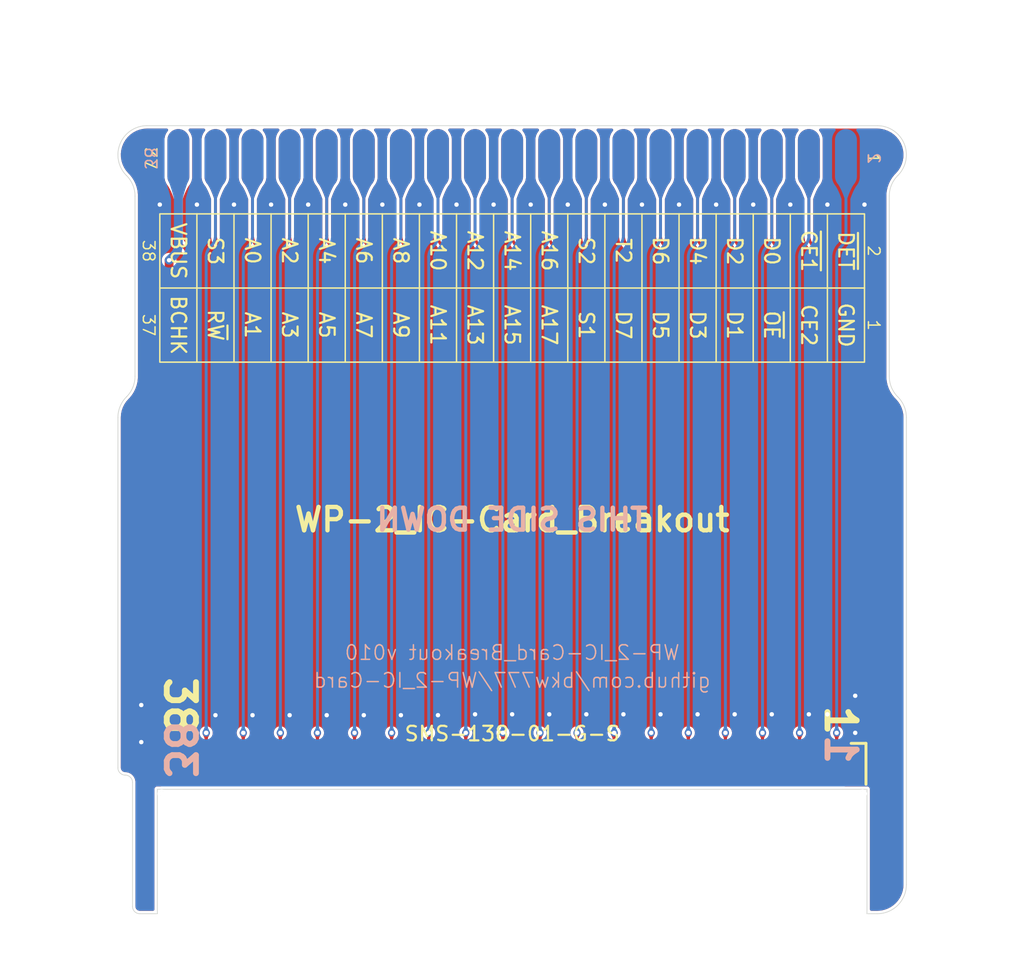
<source format=kicad_pcb>
(kicad_pcb (version 20240108) (generator "pcbnew") (generator_version "8.0")
  (title_block (title "WP-2_IC-Card_Breakout") (date "2025-04-27") (rev "010") (company "Brian K. White - b.kenyon.w@gmail.com") (comment 1 "github.com/bkw777/WP-2_IC-Card") (comment 2 "PCB THICKNESS 1.2mm"))
  (layers (0 "F.Cu" signal) (31 "B.Cu" signal) (34 "B.Paste" user) (35 "F.Paste" user) (36 "B.SilkS" user "B.Silkscreen") (37 "F.SilkS" user "F.Silkscreen") (38 "B.Mask" user) (39 "F.Mask" user) (44 "Edge.Cuts" user))
  (net 0 "")
  (net 1 "GND")
  (net 2 "/~{CE1}")
  (net 3 "/~{OE}")
  (net 4 "/D0")
  (net 5 "/D1")
  (net 6 "/D2")
  (net 7 "/D3")
  (net 8 "/D4")
  (net 9 "/D5")
  (net 10 "/D6")
  (net 11 "/D7")
  (net 12 "/A16")
  (net 13 "/A15")
  (net 14 "/A14")
  (net 15 "/A13")
  (net 16 "/A12")
  (net 17 "/A11")
  (net 18 "/A10")
  (net 19 "/A9")
  (net 20 "/A8")
  (net 21 "/A7")
  (net 22 "/A6")
  (net 23 "/A5")
  (net 24 "/A4")
  (net 25 "/A3")
  (net 26 "/A2")
  (net 27 "/A1")
  (net 28 "/A0")
  (net 29 "/A17")
  (net 30 "/R~{W}")
  (net 31 "/~{DET}")
  (net 32 "/S1")
  (net 33 "/S2")
  (net 34 "/S3")
  (net 35 "/BCHK")
  (net 36 "/CE2")
  (net 37 "VBUS")
  (net 38 "/T2")
  (footprint "000_LOCAL:npth_0.6mm" (layer "F.Cu") (at 163.7 119.82)
    (property "Reference" "REF**" (hide yes))
    (property "Value" "npth_0.6mm" (hide yes))
    (pad "" np_thru_hole circle (at 0 0) (size 0.6 0.6) (drill 0.6) (layers "F&B.Cu"))
  )
  (footprint "000_LOCAL:SMS-138-01-x-x_pcb_edge" (layer "F.Cu") (at 139.7 119.52 -90)
    (property "Reference" "J1" (hide yes))
    (property "Value" "SMS-138-01-G-S" (at -3.81 0 0) (layer "F.SilkS"))
    (fp_line (start -3.1496 -23.2156) (end -3.1496 -24.2316) (stroke (width 0.2)) (layer "F.SilkS"))
    (fp_line (start -0.35 -24.2316) (end -3.1496 -24.2316) (stroke (width 0.2)) (layer "F.SilkS"))
    (pad "1" smd roundrect (at -1.524 -23.495 270) (size 2.54 0.762) (layers "F.Cu" "F.Paste" "F.Mask") (net 1 "GND"))
    (pad "2" smd oval (at -1.524 -22.225 270) (size 2.54 0.762) (layers "F.Cu" "F.Paste" "F.Mask") (net 31 "/~{DET}"))
    (pad "3" smd oval (at -1.524 -20.955 270) (size 2.54 0.762) (layers "F.Cu" "F.Paste" "F.Mask") (net 36 "/CE2"))
    (pad "4" smd oval (at -1.524 -19.685 270) (size 2.54 0.762) (layers "F.Cu" "F.Paste" "F.Mask") (net 2 "/~{CE1}"))
    (pad "5" smd oval (at -1.524 -18.415 270) (size 2.54 0.762) (layers "F.Cu" "F.Paste" "F.Mask") (net 3 "/~{OE}"))
    (pad "6" smd oval (at -1.524 -17.145 270) (size 2.54 0.762) (layers "F.Cu" "F.Paste" "F.Mask") (net 4 "/D0"))
    (pad "7" smd oval (at -1.524 -15.875 270) (size 2.54 0.762) (layers "F.Cu" "F.Paste" "F.Mask") (net 5 "/D1"))
    (pad "8" smd oval (at -1.524 -14.605 270) (size 2.54 0.762) (layers "F.Cu" "F.Paste" "F.Mask") (net 6 "/D2"))
    (pad "9" smd oval (at -1.524 -13.335 270) (size 2.54 0.762) (layers "F.Cu" "F.Paste" "F.Mask") (net 7 "/D3"))
    (pad "10" smd oval (at -1.524 -12.065 270) (size 2.54 0.762) (layers "F.Cu" "F.Paste" "F.Mask") (net 8 "/D4"))
    (pad "11" smd oval (at -1.524 -10.795 270) (size 2.54 0.762) (layers "F.Cu" "F.Paste" "F.Mask") (net 9 "/D5"))
    (pad "12" smd oval (at -1.524 -9.525 270) (size 2.54 0.762) (layers "F.Cu" "F.Paste" "F.Mask") (net 10 "/D6"))
    (pad "13" smd oval (at -1.524 -8.255 270) (size 2.54 0.762) (layers "F.Cu" "F.Paste" "F.Mask") (net 11 "/D7"))
    (pad "14" smd oval (at -1.524 -6.985 270) (size 2.54 0.762) (layers "F.Cu" "F.Paste" "F.Mask") (net 38 "/T2"))
    (pad "15" smd oval (at -1.524 -5.715 270) (size 2.54 0.762) (layers "F.Cu" "F.Paste" "F.Mask") (net 32 "/S1"))
    (pad "16" smd oval (at -1.524 -4.445 270) (size 2.54 0.762) (layers "F.Cu" "F.Paste" "F.Mask") (net 33 "/S2"))
    (pad "17" smd oval (at -1.524 -3.175 270) (size 2.54 0.762) (layers "F.Cu" "F.Paste" "F.Mask") (net 29 "/A17"))
    (pad "18" smd oval (at -1.524 -1.905 270) (size 2.54 0.762) (layers "F.Cu" "F.Paste" "F.Mask") (net 12 "/A16"))
    (pad "19" smd oval (at -1.524 -0.635 270) (size 2.54 0.762) (layers "F.Cu" "F.Paste" "F.Mask") (net 13 "/A15"))
    (pad "20" smd oval (at -1.524 0.635 270) (size 2.54 0.762) (layers "F.Cu" "F.Paste" "F.Mask") (net 14 "/A14"))
    (pad "21" smd oval (at -1.524 1.905 270) (size 2.54 0.762) (layers "F.Cu" "F.Paste" "F.Mask") (net 15 "/A13"))
    (pad "22" smd oval (at -1.524 3.175 270) (size 2.54 0.762) (layers "F.Cu" "F.Paste" "F.Mask") (net 16 "/A12"))
    (pad "23" smd oval (at -1.524 4.445 270) (size 2.54 0.762) (layers "F.Cu" "F.Paste" "F.Mask") (net 17 "/A11"))
    (pad "24" smd oval (at -1.524 5.715 270) (size 2.54 0.762) (layers "F.Cu" "F.Paste" "F.Mask") (net 18 "/A10"))
    (pad "25" smd oval (at -1.524 6.985 270) (size 2.54 0.762) (layers "F.Cu" "F.Paste" "F.Mask") (net 19 "/A9"))
    (pad "26" smd oval (at -1.524 8.255 270) (size 2.54 0.762) (layers "F.Cu" "F.Paste" "F.Mask") (net 20 "/A8"))
    (pad "27" smd oval (at -1.524 9.525 270) (size 2.54 0.762) (layers "F.Cu" "F.Paste" "F.Mask") (net 21 "/A7"))
    (pad "28" smd oval (at -1.524 10.795 270) (size 2.54 0.762) (layers "F.Cu" "F.Paste" "F.Mask") (net 22 "/A6"))
    (pad "29" smd oval (at -1.524 12.065 270) (size 2.54 0.762) (layers "F.Cu" "F.Paste" "F.Mask") (net 23 "/A5"))
    (pad "30" smd oval (at -1.524 13.335 270) (size 2.54 0.762) (layers "F.Cu" "F.Paste" "F.Mask") (net 24 "/A4"))
    (pad "31" smd oval (at -1.524 14.605 270) (size 2.54 0.762) (layers "F.Cu" "F.Paste" "F.Mask") (net 25 "/A3"))
    (pad "32" smd oval (at -1.524 15.875 270) (size 2.54 0.762) (layers "F.Cu" "F.Paste" "F.Mask") (net 26 "/A2"))
    (pad "33" smd oval (at -1.524 17.145 270) (size 2.54 0.762) (layers "F.Cu" "F.Paste" "F.Mask") (net 27 "/A1"))
    (pad "34" smd oval (at -1.524 18.415 270) (size 2.54 0.762) (layers "F.Cu" "F.Paste" "F.Mask") (net 28 "/A0"))
    (pad "35" smd oval (at -1.524 19.685 270) (size 2.54 0.762) (layers "F.Cu" "F.Paste" "F.Mask") (net 30 "/R~{W}"))
    (pad "36" smd oval (at -1.524 20.955 270) (size 2.54 0.762) (layers "F.Cu" "F.Paste" "F.Mask") (net 34 "/S3"))
    (pad "37" smd oval (at -1.524 22.225 270) (size 2.54 0.762) (layers "F.Cu" "F.Paste" "F.Mask") (net 35 "/BCHK"))
    (pad "38" smd oval (at -1.524 23.495 270) (size 2.54 0.762) (layers "F.Cu" "F.Paste" "F.Mask") (net 37 "VBUS"))
  )
  (footprint "000_LOCAL:npth_0.6mm" (layer "F.Cu") (at 115.7 119.82)
    (property "Reference" "REF**" (hide yes))
    (property "Value" "npth_0.6mm" (hide yes))
    (pad "" np_thru_hole circle (at 0 0) (size 0.6 0.6) (drill 0.6) (layers "F&B.Cu"))
  )
  (footprint "000_LOCAL:Pin-Header_2x19_P2.54mm_PCB_Edge" (layer "F.Cu") (at 139.7 73.92 90)
    (property "Reference" "J2" (hide yes))
    (property "Value" "Conn_02x19_Odd_Even_PCB_Edge")
    (pad "1" smd oval (at -2.36 -22.86 90) (size 4 1.5) (layers "F.Cu" "F.Paste" "F.Mask") (net 35 "/BCHK"))
    (pad "2" smd oval (at -2.36 -22.86 270) (size 4 1.5) (layers "B.Cu" "B.Paste" "B.Mask") (net 37 "VBUS"))
    (pad "3" smd oval (at -2.36 -20.32 90) (size 4 1.5) (layers "F.Cu" "F.Paste" "F.Mask") (net 30 "/R~{W}"))
    (pad "4" smd oval (at -2.36 -20.32 270) (size 4 1.5) (layers "B.Cu" "B.Paste" "B.Mask") (net 34 "/S3"))
    (pad "5" smd oval (at -2.36 -17.78 90) (size 4 1.5) (layers "F.Cu" "F.Paste" "F.Mask") (net 27 "/A1"))
    (pad "6" smd oval (at -2.36 -17.78 270) (size 4 1.5) (layers "B.Cu" "B.Paste" "B.Mask") (net 28 "/A0"))
    (pad "7" smd oval (at -2.36 -15.24 90) (size 4 1.5) (layers "F.Cu" "F.Paste" "F.Mask") (net 25 "/A3"))
    (pad "8" smd oval (at -2.36 -15.239999 270) (size 4 1.5) (layers "B.Cu" "B.Paste" "B.Mask") (net 26 "/A2"))
    (pad "9" smd oval (at -2.36 -12.7 90) (size 4 1.5) (layers "F.Cu" "F.Paste" "F.Mask") (net 23 "/A5"))
    (pad "10" smd oval (at -2.36 -12.7 270) (size 4 1.5) (layers "B.Cu" "B.Paste" "B.Mask") (net 24 "/A4"))
    (pad "11" smd oval (at -2.36 -10.16 90) (size 4 1.5) (layers "F.Cu" "F.Paste" "F.Mask") (net 21 "/A7"))
    (pad "12" smd oval (at -2.36 -10.16 270) (size 4 1.5) (layers "B.Cu" "B.Paste" "B.Mask") (net 22 "/A6"))
    (pad "13" smd oval (at -2.36 -7.62 90) (size 4 1.5) (layers "F.Cu" "F.Paste" "F.Mask") (net 19 "/A9"))
    (pad "14" smd oval (at -2.36 -7.62 270) (size 4 1.5) (layers "B.Cu" "B.Paste" "B.Mask") (net 20 "/A8"))
    (pad "15" smd oval (at -2.36 -5.08 90) (size 4 1.5) (layers "F.Cu" "F.Paste" "F.Mask") (net 17 "/A11"))
    (pad "16" smd oval (at -2.359999 -5.08 270) (size 4 1.5) (layers "B.Cu" "B.Paste" "B.Mask") (net 18 "/A10"))
    (pad "17" smd oval (at -2.36 -2.54 90) (size 4 1.5) (layers "F.Cu" "F.Paste" "F.Mask") (net 15 "/A13"))
    (pad "18" smd oval (at -2.36 -2.539999 270) (size 4 1.5) (layers "B.Cu" "B.Paste" "B.Mask") (net 16 "/A12"))
    (pad "19" smd oval (at -2.36 0 90) (size 4 1.5) (layers "F.Cu" "F.Paste" "F.Mask") (net 13 "/A15"))
    (pad "20" smd oval (at -2.36 0 270) (size 4 1.5) (layers "B.Cu" "B.Paste" "B.Mask") (net 14 "/A14"))
    (pad "21" smd oval (at -2.36 2.54 90) (size 4 1.5) (layers "F.Cu" "F.Paste" "F.Mask") (net 29 "/A17"))
    (pad "22" smd oval (at -2.36 2.54 270) (size 4 1.5) (layers "B.Cu" "B.Paste" "B.Mask") (net 12 "/A16"))
    (pad "23" smd oval (at -2.36 5.08 90) (size 4 1.5) (layers "F.Cu" "F.Paste" "F.Mask") (net 32 "/S1"))
    (pad "24" smd oval (at -2.36 5.08 270) (size 4 1.5) (layers "B.Cu" "B.Paste" "B.Mask") (net 33 "/S2"))
    (pad "25" smd oval (at -2.36 7.62 90) (size 4 1.5) (layers "F.Cu" "F.Paste" "F.Mask") (net 11 "/D7"))
    (pad "26" smd oval (at -2.36 7.620001 270) (size 4 1.5) (layers "B.Cu" "B.Paste" "B.Mask") (net 38 "/T2"))
    (pad "27" smd oval (at -2.36 10.16 90) (size 4 1.5) (layers "F.Cu" "F.Paste" "F.Mask") (net 9 "/D5"))
    (pad "28" smd oval (at -2.36 10.16 270) (size 4 1.5) (layers "B.Cu" "B.Paste" "B.Mask") (net 10 "/D6"))
    (pad "29" smd oval (at -2.36 12.7 90) (size 4 1.5) (layers "F.Cu" "F.Paste" "F.Mask") (net 7 "/D3"))
    (pad "30" smd oval (at -2.36 12.7 270) (size 4 1.5) (layers "B.Cu" "B.Paste" "B.Mask") (net 8 "/D4"))
    (pad "31" smd oval (at -2.36 15.24 90) (size 4 1.5) (layers "F.Cu" "F.Paste" "F.Mask") (net 5 "/D1"))
    (pad "32" smd oval (at -2.36 15.24 270) (size 4 1.5) (layers "B.Cu" "B.Paste" "B.Mask") (net 6 "/D2"))
    (pad "33" smd oval (at -2.36 17.78 90) (size 4 1.5) (layers "F.Cu" "F.Paste" "F.Mask") (net 3 "/~{OE}"))
    (pad "34" smd oval (at -2.359999 17.78 270) (size 4 1.5) (layers "B.Cu" "B.Paste" "B.Mask") (net 4 "/D0"))
    (pad "35" smd oval (at -2.36 20.32 90) (size 4 1.5) (layers "F.Cu" "F.Paste" "F.Mask") (net 36 "/CE2"))
    (pad "36" smd oval (at -2.36 20.32 270) (size 4 1.5) (layers "B.Cu" "B.Paste" "B.Mask") (net 2 "/~{CE1}"))
    (pad "37" smd oval (at -2.36 22.86 90) (size 4 1.5) (layers "F.Cu" "F.Paste" "F.Mask") (net 1 "GND"))
    (pad "38" smd oval (at -2.36 22.86 270) (size 4 1.5) (layers "B.Cu" "B.Paste" "B.Mask") (net 31 "/~{DET}"))
  )
  (footprint "000_LOCAL:WP-2_IC_Card_Cover_Breakout" (layer "F.Cu") (at 139.7 101.045)
    (property "Reference" "N1" (hide yes))
    (property "Value" "WP-2_IC-Card_Cover_Breakout")
  )
  (gr_rect (start 115.57 80.09) (end 163.83 90.25) (stroke (width 0.1)) (fill none) (layer "F.SilkS"))
  (gr_line (start 161.29 90.25) (end 161.29 80.09) (stroke (width 0.1)) (layer "F.SilkS"))
  (gr_line (start 130.81 90.25) (end 130.81 80.09) (stroke (width 0.1)) (layer "F.SilkS"))
  (gr_line (start 120.65 90.25) (end 120.65 80.09) (stroke (width 0.1)) (layer "F.SilkS"))
  (gr_line (start 125.73 90.25) (end 125.73 80.09) (stroke (width 0.1)) (layer "F.SilkS"))
  (gr_line (start 148.59 90.25) (end 148.59 80.09) (stroke (width 0.1)) (layer "F.SilkS"))
  (gr_line (start 138.43 90.25) (end 138.43 80.09) (stroke (width 0.1)) (layer "F.SilkS"))
  (gr_line (start 123.19 90.25) (end 123.19 80.09) (stroke (width 0.1)) (layer "F.SilkS"))
  (gr_line (start 156.21 90.25) (end 156.21 80.09) (stroke (width 0.1)) (layer "F.SilkS"))
  (gr_line (start 143.51 90.25) (end 143.51 80.09) (stroke (width 0.1)) (layer "F.SilkS"))
  (gr_line (start 153.67 90.25) (end 153.67 80.09) (stroke (width 0.1)) (layer "F.SilkS"))
  (gr_line (start 135.89 90.25) (end 135.89 80.09) (stroke (width 0.1)) (layer "F.SilkS"))
  (gr_line (start 140.97 90.25) (end 140.97 80.09) (stroke (width 0.1)) (layer "F.SilkS"))
  (gr_line (start 151.13 90.25) (end 151.13 80.09) (stroke (width 0.1)) (layer "F.SilkS"))
  (gr_line (start 128.27 90.25) (end 128.27 80.09) (stroke (width 0.1)) (layer "F.SilkS"))
  (gr_line (start 118.11 90.25) (end 118.11 80.09) (stroke (width 0.1)) (layer "F.SilkS"))
  (gr_line (start 146.05 90.25) (end 146.05 80.09) (stroke (width 0.1)) (layer "F.SilkS"))
  (gr_line (start 158.75 90.25) (end 158.75 80.09) (stroke (width 0.1)) (layer "F.SilkS"))
  (gr_line (start 115.57 85.17) (end 163.83 85.17) (stroke (width 0.1)) (layer "F.SilkS"))
  (gr_line (start 133.35 90.25) (end 133.35 80.09) (stroke (width 0.1)) (layer "F.SilkS"))
  (gr_arc (start 114.2 128.045) (mid 113.846447 127.898553) (end 113.7 127.545) (stroke (width 0.05)) (layer "Edge.Cuts"))
  (gr_line (start 115.4 119.52) (end 164 119.52) (stroke (width 0.05)) (layer "Edge.Cuts"))
  (gr_line (start 113.871572 78.873429) (end 113.871572 91.216571) (stroke (width 0.05)) (layer "Edge.Cuts"))
  (gr_arc (start 113.871574 91.216571) (mid 113.719333 91.981938) (end 113.285788 92.630786) (stroke (width 0.05)) (layer "Edge.Cuts"))
  (gr_line (start 114.7 74.045) (end 164.7 74.045) (stroke (width 0.05)) (layer "Edge.Cuts"))
  (gr_line (start 166.7 94.045) (end 166.7 126.045) (stroke (width 0.05)) (layer "Edge.Cuts"))
  (gr_line (start 115.4 119.52) (end 115.4 128.045) (stroke (width 0.05)) (layer "Edge.Cuts"))
  (gr_line (start 165.528428 78.873429) (end 165.528428 91.216571) (stroke (width 0.05)) (layer "Edge.Cuts"))
  (gr_arc (start 113.2 118.545) (mid 113.553553 118.691447) (end 113.7 119.045) (stroke (width 0.05)) (layer "Edge.Cuts"))
  (gr_arc (start 166.7 126.045) (mid 166.114214 127.459214) (end 164.7 128.045) (stroke (width 0.05)) (layer "Edge.Cuts"))
  (gr_line (start 164 119.52) (end 164 128.045) (stroke (width 0.05)) (layer "Edge.Cuts"))
  (gr_arc (start 165.528428 78.873429) (mid 165.680661 78.108057) (end 166.114214 77.459214) (stroke (width 0.05)) (layer "Edge.Cuts"))
  (gr_line (start 112.7 118.045) (end 112.7 94.045) (stroke (width 0.05)) (layer "Edge.Cuts"))
  (gr_line (start 113.7 119.045) (end 113.7 127.545) (stroke (width 0.05)) (layer "Edge.Cuts"))
  (gr_arc (start 113.2 118.545) (mid 112.846447 118.398553) (end 112.7 118.045) (stroke (width 0.05)) (layer "Edge.Cuts"))
  (gr_arc (start 113.285786 77.459214) (mid 113.719332 78.108061) (end 113.871572 78.873429) (stroke (width 0.05)) (layer "Edge.Cuts"))
  (gr_arc (start 164.7 74.045) (mid 166.547759 75.279633) (end 166.114214 77.459214) (stroke (width 0.05)) (layer "Edge.Cuts"))
  (gr_arc (start 112.7 94.045) (mid 112.852241 93.279632) (end 113.285788 92.630786) (stroke (width 0.05)) (layer "Edge.Cuts"))
  (gr_arc (start 113.285786 77.459214) (mid 112.85224 75.279633) (end 114.7 74.045) (stroke (width 0.05)) (layer "Edge.Cuts"))
  (gr_arc (start 166.114214 92.630786) (mid 165.680671 91.981939) (end 165.528428 91.216571) (stroke (width 0.05)) (layer "Edge.Cuts"))
  (gr_arc (start 166.114214 92.630786) (mid 166.54776 93.279633) (end 166.700002 94.045) (stroke (width 0.05)) (layer "Edge.Cuts"))
  (gr_line (start 115.4 128.045) (end 114.2 128.045) (stroke (width 0.05)) (layer "Edge.Cuts"))
  (gr_line (start 164 128.045) (end 164.7 128.045) (stroke (width 0.05)) (layer "Edge.Cuts"))
  (gr_text "${COMMENT1}" (at 139.7 112.06 0) (layer "B.SilkS") (effects (font (size 1 1) (thickness 0.1)) (justify mirror)))
  (gr_text "1" (at 162.2 116.795 -90) (layer "B.SilkS") (effects (font (size 2 2) (thickness 0.4)) (justify mirror)))
  (gr_text "2" (at 164.465 76.28 270) (layer "B.SilkS") (effects (font (size 0.8 0.8) (thickness 0.1)) (justify mirror)))
  (gr_text "${TITLE} v${REVISION}" (at 139.7 110.155 0) (layer "B.SilkS") (effects (font (size 1 1) (thickness 0.1)) (justify mirror)))
  (gr_text "38" (at 116.95 116.795 -90) (layer "B.SilkS") (effects (font (size 2 2) (thickness 0.4)) (justify mirror)))
  (gr_text "THIS SIDE DOWN" (at 139.7 101.045 0) (layer "B.SilkS") (effects (font (size 1.5 1.5) (thickness 0.3)) (justify mirror)))
  (gr_text "38" (at 114.935 76.28 270) (layer "B.SilkS") (effects (font (size 0.8 0.8) (thickness 0.1)) (justify mirror)))
  (gr_text "1" (at 162.2 114.795 -90) (layer "F.SilkS") (effects (font (size 2 2) (thickness 0.4))))
  (gr_text "38" (at 116.95 113.795 -90) (layer "F.SilkS") (effects (font (size 2 2) (thickness 0.4))))
  (gr_text "R~{W}" (at 119.38 87.71 270) (layer "F.SilkS") (effects (font (size 1 1))))
  (gr_text "A1" (at 121.92 87.71 270) (layer "F.SilkS") (effects (font (size 1 1))))
  (gr_text "A3" (at 124.46 87.71 270) (layer "F.SilkS") (effects (font (size 1 1))))
  (gr_text "A5" (at 127 87.71 270) (layer "F.SilkS") (effects (font (size 1 1))))
  (gr_text "A7" (at 129.54 87.71 270) (layer "F.SilkS") (effects (font (size 1 1))))
  (gr_text "A9" (at 132.08 87.71 270) (layer "F.SilkS") (effects (font (size 1 1))))
  (gr_text "A11" (at 134.62 87.71 270) (layer "F.SilkS") (effects (font (size 1 1))))
  (gr_text "A13" (at 137.16 87.71 270) (layer "F.SilkS") (effects (font (size 1 1))))
  (gr_text "A15" (at 139.7 87.71 270) (layer "F.SilkS") (effects (font (size 1 1))))
  (gr_text "A17" (at 142.24 87.71 270) (layer "F.SilkS") (effects (font (size 1 1))))
  (gr_text "S1" (at 144.78 87.71 270) (layer "F.SilkS") (effects (font (size 1 1))))
  (gr_text "D7" (at 147.32 87.71 270) (layer "F.SilkS") (effects (font (size 1 1))))
  (gr_text "D5" (at 149.86 87.71 270) (layer "F.SilkS") (effects (font (size 1 1))))
  (gr_text "D3" (at 152.4 87.71 270) (layer "F.SilkS") (effects (font (size 1 1))))
  (gr_text "D1" (at 154.939999 87.71 270) (layer "F.SilkS") (effects (font (size 1 1))))
  (gr_text "~{OE}" (at 157.480001 87.71 270) (layer "F.SilkS") (effects (font (size 1 1))))
  (gr_text "GND" (at 162.56 87.71 270) (layer "F.SilkS") (effects (font (size 1 1))))
  (gr_text "BCHK" (at 116.84 87.71 270) (layer "F.SilkS") (effects (font (size 1 1))))
  (gr_text "CE2" (at 160.02 87.71 270) (layer "F.SilkS") (effects (font (size 1 1))))
  (gr_text "S3" (at 119.38 82.63 270) (layer "F.SilkS") (effects (font (size 1 1))))
  (gr_text "${TITLE}" (at 139.7 101.045 0) (layer "F.SilkS") (effects (font (size 1.6 1.6) (thickness 0.3))))
  (gr_text "D0" (at 157.48 82.63 270) (layer "F.SilkS") (effects (font (size 1 1))))
  (gr_text "A6" (at 129.540001 82.63 270) (layer "F.SilkS") (effects (font (size 1 1))))
  (gr_text "D2" (at 154.94 82.63 270) (layer "F.SilkS") (effects (font (size 1 1))))
  (gr_text "A4" (at 127 82.63 270) (layer "F.SilkS") (effects (font (size 1 1))))
  (gr_text "A2" (at 124.46 82.63 270) (layer "F.SilkS") (effects (font (size 1 1))))
  (gr_text "A10" (at 134.62 82.63 270) (layer "F.SilkS") (effects (font (size 1 1))))
  (gr_text "A8" (at 132.08 82.63 270) (layer "F.SilkS") (effects (font (size 1 1))))
  (gr_text "S2" (at 144.78 82.63 270) (layer "F.SilkS") (effects (font (size 1 1))))
  (gr_text "~{DET}" (at 162.56 82.63 270) (layer "F.SilkS") (effects (font (size 1 1))))
  (gr_text "T2" (at 147.32 82.63 270) (layer "F.SilkS") (effects (font (size 1 1))))
  (gr_text "37" (at 114.935 76.28 -90) (layer "F.SilkS") (effects (font (size 0.8 0.8) (thickness 0.1))))
  (gr_text "D4" (at 152.4 82.63 270) (layer "F.SilkS") (effects (font (size 1 1))))
  (gr_text "1" (at 164.465 87.71 -90) (layer "F.SilkS") (effects (font (size 0.8 0.8) (thickness 0.1))))
  (gr_text "1" (at 164.465 76.28 -90) (layer "F.SilkS") (effects (font (size 0.8 0.8) (thickness 0.1))))
  (gr_text "A16" (at 142.24 82.63 270) (layer "F.SilkS") (effects (font (size 1 1))))
  (gr_text "D6" (at 149.859999 82.63 270) (layer "F.SilkS") (effects (font (size 1 1))))
  (gr_text "~{CE1}" (at 160.02 82.63 270) (layer "F.SilkS") (effects (font (size 1 1))))
  (gr_text "38" (at 114.808 82.63 -90) (layer "F.SilkS") (effects (font (size 0.8 0.8) (thickness 0.1))))
  (gr_text "A0" (at 121.92 82.63 270) (layer "F.SilkS") (effects (font (size 1 1))))
  (gr_text "VBUS" (at 116.84 82.63 270) (layer "F.SilkS") (effects (font (size 1 1))))
  (gr_text "37" (at 114.808 87.71 -90) (layer "F.SilkS") (effects (font (size 0.8 0.8) (thickness 0.1))))
  (gr_text "A14" (at 139.7 82.63 270) (layer "F.SilkS") (effects (font (size 1 1))))
  (gr_text "A12" (at 137.159999 82.63 270) (layer "F.SilkS") (effects (font (size 1 1))))
  (gr_text "2" (at 164.465 82.63 -90) (layer "F.SilkS") (effects (font (size 0.8 0.8) (thickness 0.1))))
  (via (at 120.65 79.455) (size 0.5) (drill 0.3) (layers "F.Cu" "B.Cu") (net 1))
  (via (at 157.48 114.38) (size 0.5) (drill 0.3) (layers "F.Cu" "B.Cu") (net 1))
  (via (at 134.62 114.44) (size 0.5) (drill 0.3) (layers "F.Cu" "B.Cu") (net 1))
  (via (at 149.86 114.38) (size 0.5) (drill 0.3) (layers "F.Cu" "B.Cu") (net 1))
  (via (at 163.195 113.11) (size 0.5) (drill 0.3) (layers "F.Cu" "B.Cu") (net 1))
  (via (at 115.57 79.455) (size 0.5) (drill 0.3) (layers "F.Cu" "B.Cu") (net 1))
  (via (at 147.32 114.38) (size 0.5) (drill 0.3) (layers "F.Cu" "B.Cu") (net 1))
  (via (at 161.29 114.38) (size 0.5) (drill 0.3) (layers "F.Cu" "B.Cu") (net 1))
  (via (at 114.3 116.285) (size 0.5) (drill 0.3) (layers "F.Cu" "B.Cu") (net 1))
  (via (at 137.16 114.38) (size 0.5) (drill 0.3) (layers "F.Cu" "B.Cu") (net 1))
  (via (at 163.195 115.65) (size 0.5) (drill 0.3) (layers "F.Cu" "B.Cu") (net 1))
  (via (at 148.59 79.455) (size 0.5) (drill 0.3) (layers "F.Cu" "B.Cu") (net 1))
  (via (at 142.24 114.38) (size 0.5) (drill 0.3) (layers "F.Cu" "B.Cu") (net 1))
  (via (at 119.38 114.44) (size 0.5) (drill 0.3) (layers "F.Cu" "B.Cu") (net 1))
  (via (at 156.21 79.455) (size 0.5) (drill 0.3) (layers "F.Cu" "B.Cu") (net 1))
  (via (at 152.4 114.38) (size 0.5) (drill 0.3) (layers "F.Cu" "B.Cu") (net 1))
  (via (at 114.3 113.745) (size 0.5) (drill 0.3) (layers "F.Cu" "B.Cu") (net 1))
  (via (at 125.73 79.455) (size 0.5) (drill 0.3) (layers "F.Cu" "B.Cu") (net 1))
  (via (at 143.51 79.455) (size 0.5) (drill 0.3) (layers "F.Cu" "B.Cu") (net 1))
  (via (at 151.13 79.455) (size 0.5) (drill 0.3) (layers "F.Cu" "B.Cu") (net 1))
  (via (at 135.89 79.455) (size 0.5) (drill 0.3) (layers "F.Cu" "B.Cu") (net 1))
  (via (at 158.75 79.455) (size 0.5) (drill 0.3) (layers "F.Cu" "B.Cu") (net 1))
  (via (at 160.02 114.38) (size 0.5) (drill 0.3) (layers "F.Cu" "B.Cu") (net 1))
  (via (at 127 114.44) (size 0.5) (drill 0.3) (layers "F.Cu" "B.Cu") (net 1))
  (via (at 163.83 79.455) (size 0.5) (drill 0.3) (layers "F.Cu" "B.Cu") (net 1))
  (via (at 123.19 79.455) (size 0.5) (drill 0.3) (layers "F.Cu" "B.Cu") (net 1))
  (via (at 138.43 79.455) (size 0.5) (drill 0.3) (layers "F.Cu" "B.Cu") (net 1))
  (via (at 128.27 79.455) (size 0.5) (drill 0.3) (layers "F.Cu" "B.Cu") (net 1))
  (via (at 139.7 114.38) (size 0.5) (drill 0.3) (layers "F.Cu" "B.Cu") (net 1))
  (via (at 130.81 79.455) (size 0.5) (drill 0.3) (layers "F.Cu" "B.Cu") (net 1))
  (via (at 124.46 114.44) (size 0.5) (drill 0.3) (layers "F.Cu" "B.Cu") (net 1))
  (via (at 118.11 79.455) (size 0.5) (drill 0.3) (layers "F.Cu" "B.Cu") (net 1))
  (via (at 144.78 114.38) (size 0.5) (drill 0.3) (layers "F.Cu" "B.Cu") (net 1))
  (via (at 132.08 114.44) (size 0.5) (drill 0.3) (layers "F.Cu" "B.Cu") (net 1))
  (via (at 133.35 79.455) (size 0.5) (drill 0.3) (layers "F.Cu" "B.Cu") (net 1))
  (via (at 129.54 114.44) (size 0.5) (drill 0.3) (layers "F.Cu" "B.Cu") (net 1))
  (via (at 161.29 79.455) (size 0.5) (drill 0.3) (layers "F.Cu" "B.Cu") (net 1))
  (via (at 146.05 79.455) (size 0.5) (drill 0.3) (layers "F.Cu" "B.Cu") (net 1))
  (via (at 121.92 114.44) (size 0.5) (drill 0.3) (layers "F.Cu" "B.Cu") (net 1))
  (via (at 153.67 79.455) (size 0.5) (drill 0.3) (layers "F.Cu" "B.Cu") (net 1))
  (via (at 154.94 114.38) (size 0.5) (drill 0.3) (layers "F.Cu" "B.Cu") (net 1))
  (via (at 140.97 79.455) (size 0.5) (drill 0.3) (layers "F.Cu" "B.Cu") (net 1))
  (segment (start 159.385 117.996) (end 159.385 115.65) (width 0.2) (layer "F.Cu") (net 2))
  (via (at 159.385 115.65) (size 0.5) (drill 0.3) (layers "F.Cu" "B.Cu") (net 2))
  (segment (start 159.677893 82.337107) (end 159.727107 82.287893) (width 0.2) (layer "B.Cu") (net 2))
  (segment (start 160.02 81.580786) (end 160.02 76.28) (width 0.2) (layer "B.Cu") (net 2))
  (segment (start 159.385 115.65) (end 159.385 83.044214) (width 0.2) (layer "B.Cu") (net 2))
  (arc (start 159.385 83.044214) (mid 159.46112 82.661531) (end 159.677893 82.337107) (width 0.2) (layer "B.Cu") (net 2))
  (arc (start 160.02 81.580786) (mid 159.94388 81.963469) (end 159.727107 82.287893) (width 0.2) (layer "B.Cu") (net 2))
  (segment (start 158.115 117.996) (end 158.115 83.044214) (width 0.2) (layer "F.Cu") (net 3))
  (segment (start 157.48 81.580786) (end 157.48 76.28) (width 0.2) (layer "F.Cu") (net 3))
  (arc (start 157.772893 82.287893) (mid 157.55612 81.963469) (end 157.48 81.580786) (width 0.2) (layer "F.Cu") (net 3))
  (arc (start 158.115 83.044214) (mid 158.03888 82.661531) (end 157.822107 82.337107) (width 0.2) (layer "F.Cu") (net 3))
  (segment (start 156.845 115.65) (end 156.845 117.996) (width 0.2) (layer "F.Cu") (net 4))
  (via (at 156.845 115.65) (size 0.5) (drill 0.3) (layers "F.Cu" "B.Cu") (net 4))
  (segment (start 157.48 76.279999) (end 157.48 81.580786) (width 0.2) (layer "B.Cu") (net 4))
  (segment (start 157.187107 82.287893) (end 157.137893 82.337107) (width 0.2) (layer "B.Cu") (net 4))
  (segment (start 156.845 83.044214) (end 156.845 115.65) (width 0.2) (layer "B.Cu") (net 4))
  (arc (start 156.845 83.044214) (mid 156.92112 82.661531) (end 157.137893 82.337107) (width 0.2) (layer "B.Cu") (net 4))
  (arc (start 157.187107 82.287893) (mid 157.40388 81.96347) (end 157.48 81.580786) (width 0.2) (layer "B.Cu") (net 4))
  (segment (start 155.575 83.044214) (end 155.575 117.996) (width 0.2) (layer "F.Cu") (net 5))
  (segment (start 154.94 76.28) (end 154.94 81.580786) (width 0.2) (layer "F.Cu") (net 5))
  (segment (start 155.232893 82.287893) (end 155.282107 82.337107) (width 0.2) (layer "F.Cu") (net 5))
  (arc (start 155.282107 82.337107) (mid 155.49888 82.66153) (end 155.575 83.044214) (width 0.2) (layer "F.Cu") (net 5))
  (arc (start 154.94 81.580786) (mid 155.01612 81.963469) (end 155.232893 82.287893) (width 0.2) (layer "F.Cu") (net 5))
  (segment (start 154.305 117.996) (end 154.305 115.65) (width 0.2) (layer "F.Cu") (net 6))
  (via (at 154.305 115.65) (size 0.5) (drill 0.3) (layers "F.Cu" "B.Cu") (net 6))
  (segment (start 154.597893 82.337107) (end 154.647107 82.287893) (width 0.2) (layer "B.Cu") (net 6))
  (segment (start 154.305 115.65) (end 154.305 83.044214) (width 0.2) (layer "B.Cu") (net 6))
  (segment (start 154.94 81.580786) (end 154.94 76.28) (width 0.2) (layer "B.Cu") (net 6))
  (arc (start 154.647107 82.287893) (mid 154.86388 81.96347) (end 154.94 81.580786) (width 0.2) (layer "B.Cu") (net 6))
  (arc (start 154.305 83.044214) (mid 154.38112 82.661531) (end 154.597893 82.337107) (width 0.2) (layer "B.Cu") (net 6))
  (segment (start 152.692893 82.287893) (end 152.742107 82.337107) (width 0.2) (layer "F.Cu") (net 7))
  (segment (start 152.4 76.28) (end 152.4 81.580786) (width 0.2) (layer "F.Cu") (net 7))
  (segment (start 153.035 83.044214) (end 153.035 117.996) (width 0.2) (layer "F.Cu") (net 7))
  (arc (start 152.742107 82.337107) (mid 152.95888 82.66153) (end 153.035 83.044214) (width 0.2) (layer "F.Cu") (net 7))
  (arc (start 152.4 81.580786) (mid 152.47612 81.96347) (end 152.692893 82.287893) (width 0.2) (layer "F.Cu") (net 7))
  (segment (start 151.765 115.65) (end 151.765 117.996) (width 0.2) (layer "F.Cu") (net 8))
  (via (at 151.765 115.65) (size 0.5) (drill 0.3) (layers "F.Cu" "B.Cu") (net 8))
  (segment (start 152.4 76.28) (end 152.4 81.580786) (width 0.2) (layer "B.Cu") (net 8))
  (segment (start 152.107107 82.287893) (end 152.057893 82.337107) (width 0.2) (layer "B.Cu") (net 8))
  (segment (start 151.765 83.044214) (end 151.765 115.65) (width 0.2) (layer "B.Cu") (net 8))
  (arc (start 151.765 83.044214) (mid 151.84112 82.661531) (end 152.057893 82.337107) (width 0.2) (layer "B.Cu") (net 8))
  (arc (start 152.107107 82.287893) (mid 152.32388 81.96347) (end 152.4 81.580786) (width 0.2) (layer "B.Cu") (net 8))
  (segment (start 149.86 76.28) (end 149.86 81.580786) (width 0.2) (layer "F.Cu") (net 9))
  (segment (start 150.495 83.044214) (end 150.495 117.996) (width 0.2) (layer "F.Cu") (net 9))
  (segment (start 150.152893 82.287893) (end 150.202107 82.337107) (width 0.2) (layer "F.Cu") (net 9))
  (arc (start 150.202107 82.337107) (mid 150.41888 82.66153) (end 150.495 83.044214) (width 0.2) (layer "F.Cu") (net 9))
  (arc (start 149.86 81.580786) (mid 149.93612 81.963469) (end 150.152893 82.287893) (width 0.2) (layer "F.Cu") (net 9))
  (segment (start 149.225 115.65) (end 149.225 117.996) (width 0.2) (layer "F.Cu") (net 10))
  (via (at 149.225 115.65) (size 0.5) (drill 0.3) (layers "F.Cu" "B.Cu") (net 10))
  (segment (start 149.225 83.044214) (end 149.225 115.65) (width 0.2) (layer "B.Cu") (net 10))
  (segment (start 149.567107 82.287893) (end 149.517893 82.337107) (width 0.2) (layer "B.Cu") (net 10))
  (segment (start 149.86 76.28) (end 149.86 81.580786) (width 0.2) (layer "B.Cu") (net 10))
  (arc (start 149.86 81.580786) (mid 149.78388 81.963469) (end 149.567107 82.287893) (width 0.2) (layer "B.Cu") (net 10))
  (arc (start 149.225 83.044214) (mid 149.30112 82.661531) (end 149.517893 82.337107) (width 0.2) (layer "B.Cu") (net 10))
  (segment (start 147.32 81.580786) (end 147.32 76.28) (width 0.2) (layer "F.Cu") (net 11))
  (segment (start 147.955 117.996) (end 147.955 83.044214) (width 0.2) (layer "F.Cu") (net 11))
  (segment (start 147.662107 82.337107) (end 147.612893 82.287893) (width 0.2) (layer "F.Cu") (net 11))
  (arc (start 147.955 83.044214) (mid 147.87888 82.661531) (end 147.662107 82.337107) (width 0.2) (layer "F.Cu") (net 11))
  (arc (start 147.612893 82.287893) (mid 147.39612 81.963469) (end 147.32 81.580786) (width 0.2) (layer "F.Cu") (net 11))
  (segment (start 141.605 115.65) (end 141.605 117.996) (width 0.2) (layer "F.Cu") (net 12))
  (via (at 141.605 115.65) (size 0.5) (drill 0.3) (layers "F.Cu" "B.Cu") (net 12))
  (segment (start 141.947107 82.287893) (end 141.897893 82.337107) (width 0.2) (layer "B.Cu") (net 12))
  (segment (start 141.605 83.044214) (end 141.605 115.65) (width 0.2) (layer "B.Cu") (net 12))
  (segment (start 142.24 76.28) (end 142.24 81.580786) (width 0.2) (layer "B.Cu") (net 12))
  (arc (start 142.24 81.580786) (mid 142.16388 81.963469) (end 141.947107 82.287893) (width 0.2) (layer "B.Cu") (net 12))
  (arc (start 141.605 83.044214) (mid 141.68112 82.661531) (end 141.897893 82.337107) (width 0.2) (layer "B.Cu") (net 12))
  (segment (start 139.7 76.28) (end 139.7 81.580786) (width 0.2) (layer "F.Cu") (net 13))
  (segment (start 139.992893 82.287893) (end 140.042107 82.337107) (width 0.2) (layer "F.Cu") (net 13))
  (segment (start 140.335 83.044214) (end 140.335 117.996) (width 0.2) (layer "F.Cu") (net 13))
  (arc (start 140.042107 82.337107) (mid 140.25888 82.661531) (end 140.335 83.044214) (width 0.2) (layer "F.Cu") (net 13))
  (arc (start 139.7 81.580786) (mid 139.77612 81.963469) (end 139.992893 82.287893) (width 0.2) (layer "F.Cu") (net 13))
  (segment (start 139.065 115.65) (end 139.065 117.996) (width 0.2) (layer "F.Cu") (net 14))
  (via (at 139.065 115.65) (size 0.5) (drill 0.3) (layers "F.Cu" "B.Cu") (net 14))
  (segment (start 139.7 76.28) (end 139.7 81.580786) (width 0.2) (layer "B.Cu") (net 14))
  (segment (start 139.065 83.044214) (end 139.065 115.65) (width 0.2) (layer "B.Cu") (net 14))
  (segment (start 139.407107 82.287893) (end 139.357893 82.337107) (width 0.2) (layer "B.Cu") (net 14))
  (arc (start 139.357893 82.337107) (mid 139.14112 82.66153) (end 139.065 83.044214) (width 0.2) (layer "B.Cu") (net 14))
  (arc (start 139.7 81.580786) (mid 139.62388 81.963469) (end 139.407107 82.287893) (width 0.2) (layer "B.Cu") (net 14))
  (segment (start 137.795 83.044214) (end 137.795 117.996) (width 0.2) (layer "F.Cu") (net 15))
  (segment (start 137.452893 82.287893) (end 137.502107 82.337107) (width 0.2) (layer "F.Cu") (net 15))
  (segment (start 137.16 76.28) (end 137.16 81.580786) (width 0.2) (layer "F.Cu") (net 15))
  (arc (start 137.502107 82.337107) (mid 137.71888 82.661531) (end 137.795 83.044214) (width 0.2) (layer "F.Cu") (net 15))
  (arc (start 137.16 81.580786) (mid 137.23612 81.963469) (end 137.452893 82.287893) (width 0.2) (layer "F.Cu") (net 15))
  (segment (start 136.525 115.65) (end 136.525 117.996) (width 0.2) (layer "F.Cu") (net 16))
  (via (at 136.525 115.65) (size 0.5) (drill 0.3) (layers "F.Cu" "B.Cu") (net 16))
  (segment (start 136.525 83.044214) (end 136.525 115.65) (width 0.2) (layer "B.Cu") (net 16))
  (segment (start 137.16 76.28) (end 137.16 81.580786) (width 0.2) (layer "B.Cu") (net 16))
  (segment (start 136.867107 82.287893) (end 136.817893 82.337107) (width 0.2) (layer "B.Cu") (net 16))
  (arc (start 137.16 81.580786) (mid 137.08388 81.963469) (end 136.867107 82.287893) (width 0.2) (layer "B.Cu") (net 16))
  (arc (start 136.525 83.044214) (mid 136.60112 82.661531) (end 136.817893 82.337107) (width 0.2) (layer "B.Cu") (net 16))
  (segment (start 134.62 76.28) (end 134.62 81.580786) (width 0.2) (layer "F.Cu") (net 17))
  (segment (start 135.255 83.044214) (end 135.255 117.996) (width 0.2) (layer "F.Cu") (net 17))
  (segment (start 134.912893 82.287893) (end 134.962107 82.337107) (width 0.2) (layer "F.Cu") (net 17))
  (arc (start 134.962107 82.337107) (mid 135.17888 82.66153) (end 135.255 83.044214) (width 0.2) (layer "F.Cu") (net 17))
  (arc (start 134.62 81.580786) (mid 134.69612 81.963469) (end 134.912893 82.287893) (width 0.2) (layer "F.Cu") (net 17))
  (segment (start 133.985 115.65) (end 133.985 117.996) (width 0.2) (layer "F.Cu") (net 18))
  (via (at 133.985 115.65) (size 0.5) (drill 0.3) (layers "F.Cu" "B.Cu") (net 18))
  (segment (start 134.327107 82.287893) (end 134.277893 82.337107) (width 0.2) (layer "B.Cu") (net 18))
  (segment (start 134.62 76.279999) (end 134.62 81.580786) (width 0.2) (layer "B.Cu") (net 18))
  (segment (start 133.985 83.044214) (end 133.985 115.65) (width 0.2) (layer "B.Cu") (net 18))
  (arc (start 134.277893 82.337107) (mid 134.06112 82.66153) (end 133.985 83.044214) (width 0.2) (layer "B.Cu") (net 18))
  (arc (start 134.327107 82.287893) (mid 134.54388 81.96347) (end 134.62 81.580786) (width 0.2) (layer "B.Cu") (net 18))
  (segment (start 132.422107 82.337107) (end 132.372893 82.287893) (width 0.2) (layer "F.Cu") (net 19))
  (segment (start 132.715 117.996) (end 132.715 83.044214) (width 0.2) (layer "F.Cu") (net 19))
  (segment (start 132.08 81.580786) (end 132.08 76.28) (width 0.2) (layer "F.Cu") (net 19))
  (arc (start 132.715 83.044214) (mid 132.63888 82.66153) (end 132.422107 82.337107) (width 0.2) (layer "F.Cu") (net 19))
  (arc (start 132.372893 82.287893) (mid 132.15612 81.96347) (end 132.08 81.580786) (width 0.2) (layer "F.Cu") (net 19))
  (segment (start 131.445 117.996) (end 131.445 115.65) (width 0.2) (layer "F.Cu") (net 20))
  (via (at 131.445 115.65) (size 0.5) (drill 0.3) (layers "F.Cu" "B.Cu") (net 20))
  (segment (start 131.445 115.65) (end 131.445 83.044214) (width 0.2) (layer "B.Cu") (net 20))
  (segment (start 131.737893 82.337107) (end 131.787107 82.287893) (width 0.2) (layer "B.Cu") (net 20))
  (segment (start 132.08 81.580786) (end 132.08 76.28) (width 0.2) (layer "B.Cu") (net 20))
  (arc (start 132.08 81.580786) (mid 132.00388 81.963469) (end 131.787107 82.287893) (width 0.2) (layer "B.Cu") (net 20))
  (arc (start 131.445 83.044214) (mid 131.52112 82.661531) (end 131.737893 82.337107) (width 0.2) (layer "B.Cu") (net 20))
  (segment (start 130.175 83.044214) (end 130.175 117.996) (width 0.2) (layer "F.Cu") (net 21))
  (segment (start 129.832893 82.287893) (end 129.882107 82.337107) (width 0.2) (layer "F.Cu") (net 21))
  (segment (start 129.54 76.28) (end 129.54 81.580786) (width 0.2) (layer "F.Cu") (net 21))
  (arc (start 129.54 81.580786) (mid 129.61612 81.963469) (end 129.832893 82.287893) (width 0.2) (layer "F.Cu") (net 21))
  (arc (start 129.882107 82.337107) (mid 130.09888 82.661531) (end 130.175 83.044214) (width 0.2) (layer "F.Cu") (net 21))
  (segment (start 128.905 115.65) (end 128.905 117.996) (width 0.2) (layer "F.Cu") (net 22))
  (via (at 128.905 115.65) (size 0.5) (drill 0.3) (layers "F.Cu" "B.Cu") (net 22))
  (segment (start 129.54 76.28) (end 129.54 81.580786) (width 0.2) (layer "B.Cu") (net 22))
  (segment (start 128.905 83.044214) (end 128.905 115.65) (width 0.2) (layer "B.Cu") (net 22))
  (segment (start 129.247107 82.287893) (end 129.197893 82.337107) (width 0.2) (layer "B.Cu") (net 22))
  (arc (start 129.54 81.580786) (mid 129.46388 81.963469) (end 129.247107 82.287893) (width 0.2) (layer "B.Cu") (net 22))
  (arc (start 129.197893 82.337107) (mid 128.98112 82.66153) (end 128.905 83.044214) (width 0.2) (layer "B.Cu") (net 22))
  (segment (start 127 76.28) (end 127 81.580786) (width 0.2) (layer "F.Cu") (net 23))
  (segment (start 127.635 83.044214) (end 127.635 117.996) (width 0.2) (layer "F.Cu") (net 23))
  (segment (start 127.292893 82.287893) (end 127.342107 82.337107) (width 0.2) (layer "F.Cu") (net 23))
  (arc (start 127.342107 82.337107) (mid 127.55888 82.661531) (end 127.635 83.044214) (width 0.2) (layer "F.Cu") (net 23))
  (arc (start 127 81.580786) (mid 127.07612 81.963469) (end 127.292893 82.287893) (width 0.2) (layer "F.Cu") (net 23))
  (segment (start 126.365 115.65) (end 126.365 117.996) (width 0.2) (layer "F.Cu") (net 24))
  (via (at 126.365 115.65) (size 0.5) (drill 0.3) (layers "F.Cu" "B.Cu") (net 24))
  (segment (start 126.707107 82.287893) (end 126.657893 82.337107) (width 0.2) (layer "B.Cu") (net 24))
  (segment (start 126.365 83.044214) (end 126.365 115.65) (width 0.2) (layer "B.Cu") (net 24))
  (segment (start 127 76.28) (end 127 81.580786) (width 0.2) (layer "B.Cu") (net 24))
  (arc (start 126.657893 82.337107) (mid 126.44112 82.66153) (end 126.365 83.044214) (width 0.2) (layer "B.Cu") (net 24))
  (arc (start 126.707107 82.287893) (mid 126.92388 81.96347) (end 127 81.580786) (width 0.2) (layer "B.Cu") (net 24))
  (segment (start 124.46 81.580786) (end 124.46 76.28) (width 0.2) (layer "F.Cu") (net 25))
  (segment (start 124.802107 82.337107) (end 124.752893 82.287893) (width 0.2) (layer "F.Cu") (net 25))
  (segment (start 125.095 117.996) (end 125.095 83.044214) (width 0.2) (layer "F.Cu") (net 25))
  (arc (start 124.752893 82.287893) (mid 124.53612 81.96347) (end 124.46 81.580786) (width 0.2) (layer "F.Cu") (net 25))
  (arc (start 125.095 83.044214) (mid 125.01888 82.66153) (end 124.802107 82.337107) (width 0.2) (layer "F.Cu") (net 25))
  (segment (start 123.825 117.996) (end 123.825 115.65) (width 0.2) (layer "F.Cu") (net 26))
  (via (at 123.825 115.65) (size 0.5) (drill 0.3) (layers "F.Cu" "B.Cu") (net 26))
  (segment (start 124.117893 82.337107) (end 124.167107 82.287893) (width 0.2) (layer "B.Cu") (net 26))
  (segment (start 123.825 115.65) (end 123.825 83.044214) (width 0.2) (layer "B.Cu") (net 26))
  (segment (start 124.46 81.580786) (end 124.46 76.28) (width 0.2) (layer "B.Cu") (net 26))
  (arc (start 123.825 83.044214) (mid 123.90112 82.661531) (end 124.117893 82.337107) (width 0.2) (layer "B.Cu") (net 26))
  (arc (start 124.46 81.580786) (mid 124.38388 81.963469) (end 124.167107 82.287893) (width 0.2) (layer "B.Cu") (net 26))
  (segment (start 122.555 83.044214) (end 122.555 117.996) (width 0.2) (layer "F.Cu") (net 27))
  (segment (start 122.212892 82.287892) (end 122.262107 82.337107) (width 0.2) (layer "F.Cu") (net 27))
  (segment (start 121.919999 76.28) (end 121.919999 81.580785) (width 0.2) (layer "F.Cu") (net 27))
  (arc (start 121.919999 81.580785) (mid 121.996119 81.963469) (end 122.212892 82.287892) (width 0.2) (layer "F.Cu") (net 27))
  (arc (start 122.262107 82.337107) (mid 122.47888 82.66153) (end 122.555 83.044214) (width 0.2) (layer "F.Cu") (net 27))
  (segment (start 121.285 117.996) (end 121.285 115.65) (width 0.2) (layer "F.Cu") (net 28))
  (via (at 121.285 115.65) (size 0.5) (drill 0.3) (layers "F.Cu" "B.Cu") (net 28))
  (segment (start 121.92 81.580786) (end 121.92 76.28) (width 0.2) (layer "B.Cu") (net 28))
  (segment (start 121.285 115.65) (end 121.285 83.044214) (width 0.2) (layer "B.Cu") (net 28))
  (segment (start 121.577893 82.337107) (end 121.627107 82.287893) (width 0.2) (layer "B.Cu") (net 28))
  (arc (start 121.285 83.044214) (mid 121.36112 82.661531) (end 121.577893 82.337107) (width 0.2) (layer "B.Cu") (net 28))
  (arc (start 121.92 81.580786) (mid 121.84388 81.963469) (end 121.627107 82.287893) (width 0.2) (layer "B.Cu") (net 28))
  (segment (start 142.24 76.28) (end 142.24 81.580786) (width 0.2) (layer "F.Cu") (net 29))
  (segment (start 142.532893 82.287893) (end 142.582107 82.337107) (width 0.2) (layer "F.Cu") (net 29))
  (segment (start 142.875 83.044214) (end 142.875 117.996) (width 0.2) (layer "F.Cu") (net 29))
  (arc (start 142.582107 82.337107) (mid 142.79888 82.661531) (end 142.875 83.044214) (width 0.2) (layer "F.Cu") (net 29))
  (arc (start 142.24 81.580786) (mid 142.31612 81.96347) (end 142.532893 82.287893) (width 0.2) (layer "F.Cu") (net 29))
  (segment (start 120.015 117.996) (end 120.015 83.044214) (width 0.2) (layer "F.Cu") (net 30))
  (segment (start 119.722107 82.337107) (end 119.672893 82.287893) (width 0.2) (layer "F.Cu") (net 30))
  (segment (start 119.38 81.580786) (end 119.38 76.28) (width 0.2) (layer "F.Cu") (net 30))
  (arc (start 120.015 83.044214) (mid 119.93888 82.66153) (end 119.722107 82.337107) (width 0.2) (layer "F.Cu") (net 30))
  (arc (start 119.672893 82.287893) (mid 119.45612 81.96347) (end 119.38 81.580786) (width 0.2) (layer "F.Cu") (net 30))
  (segment (start 161.925 117.996) (end 161.925 115.65) (width 0.2) (layer "F.Cu") (net 31))
  (via (at 161.925 115.65) (size 0.5) (drill 0.3) (layers "F.Cu" "B.Cu") (net 31))
  (segment (start 161.925 115.65) (end 161.925 83.044214) (width 0.2) (layer "B.Cu") (net 31))
  (segment (start 162.56 81.580786) (end 162.56 76.28) (width 0.2) (layer "B.Cu") (net 31))
  (segment (start 162.217893 82.337107) (end 162.267107 82.287893) (width 0.2) (layer "B.Cu") (net 31))
  (arc (start 162.267107 82.287893) (mid 162.48388 81.963469) (end 162.56 81.580786) (width 0.2) (layer "B.Cu") (net 31))
  (arc (start 161.925 83.044214) (mid 162.00112 82.66153) (end 162.217893 82.337107) (width 0.2) (layer "B.Cu") (net 31))
  (segment (start 145.072892 82.287892) (end 145.122107 82.337107) (width 0.2) (layer "F.Cu") (net 32))
  (segment (start 144.779999 76.28) (end 144.779999 81.580785) (width 0.2) (layer "F.Cu") (net 32))
  (segment (start 145.415 83.044214) (end 145.415 117.996) (width 0.2) (layer "F.Cu") (net 32))
  (arc (start 144.779999 81.580785) (mid 144.856119 81.963468) (end 145.072892 82.287892) (width 0.2) (layer "F.Cu") (net 32))
  (arc (start 145.122107 82.337107) (mid 145.33888 82.66153) (end 145.415 83.044214) (width 0.2) (layer "F.Cu") (net 32))
  (segment (start 144.145 118.12) (end 144.145 115.65) (width 0.2) (layer "F.Cu") (net 33))
  (via (at 144.145 115.65) (size 0.5) (drill 0.3) (layers "F.Cu" "B.Cu") (net 33))
  (segment (start 144.78 81.580786) (end 144.78 76.28) (width 0.2) (layer "B.Cu") (net 33))
  (segment (start 144.437893 82.337107) (end 144.487107 82.287893) (width 0.2) (layer "B.Cu") (net 33))
  (segment (start 144.145 115.65) (end 144.145 83.044214) (width 0.2) (layer "B.Cu") (net 33))
  (arc (start 144.437893 82.337107) (mid 144.22112 82.66153) (end 144.145 83.044214) (width 0.2) (layer "B.Cu") (net 33))
  (arc (start 144.487107 82.287893) (mid 144.70388 81.96347) (end 144.78 81.580786) (width 0.2) (layer "B.Cu") (net 33))
  (segment (start 118.745 117.996) (end 118.745 115.65) (width 0.2) (layer "F.Cu") (net 34))
  (via (at 118.745 115.65) (size 0.5) (drill 0.3) (layers "F.Cu" "B.Cu") (net 34))
  (via (at 118.745 115.65) (size 0.5) (drill 0.3) (layers "F.Cu" "B.Cu") (net 34))
  (segment (start 118.745 115.65) (end 118.745 83.044214) (width 0.2) (layer "B.Cu") (net 34))
  (segment (start 119.037893 82.337107) (end 119.087107 82.287893) (width 0.2) (layer "B.Cu") (net 34))
  (segment (start 119.38 81.580786) (end 119.38 76.28) (width 0.2) (layer "B.Cu") (net 34))
  (arc (start 119.037893 82.337107) (mid 118.82112 82.66153) (end 118.745 83.044214) (width 0.2) (layer "B.Cu") (net 34))
  (arc (start 119.38 81.580786) (mid 119.30388 81.963469) (end 119.087107 82.287893) (width 0.2) (layer "B.Cu") (net 34))
  (segment (start 117.182107 82.337107) (end 117.132893 82.287893) (width 0.2) (layer "F.Cu") (net 35))
  (segment (start 117.475 117.996) (end 117.475 83.044214) (width 0.2) (layer "F.Cu") (net 35))
  (segment (start 116.84 81.580786) (end 116.84 76.28) (width 0.2) (layer "F.Cu") (net 35))
  (arc (start 117.132893 82.287893) (mid 116.91612 81.96347) (end 116.84 81.580786) (width 0.2) (layer "F.Cu") (net 35))
  (arc (start 117.475 83.044214) (mid 117.39888 82.66153) (end 117.182107 82.337107) (width 0.2) (layer "F.Cu") (net 35))
  (segment (start 160.655 117.996) (end 160.655 83.044214) (width 0.2) (layer "F.Cu") (net 36))
  (segment (start 160.02 81.580786) (end 160.02 76.28) (width 0.2) (layer "F.Cu") (net 36))
  (segment (start 160.362107 82.337107) (end 160.312893 82.287893) (width 0.2) (layer "F.Cu") (net 36))
  (arc (start 160.312893 82.287893) (mid 160.09612 81.963469) (end 160.02 81.580786) (width 0.2) (layer "F.Cu") (net 36))
  (arc (start 160.655 83.044214) (mid 160.57888 82.661531) (end 160.362107 82.337107) (width 0.2) (layer "F.Cu") (net 36))
  (segment (start 116.205 83.265) (end 116.205 117.996) (width 0.6) (layer "F.Cu") (net 37))
  (via (at 116.205 83.265) (size 0.5) (drill 0.3) (layers "F.Cu" "B.Cu") (net 37))
  (segment (start 116.205 83.265) (end 116.547107 82.922893) (width 0.6) (layer "B.Cu") (net 37))
  (segment (start 116.84 82.215786) (end 116.84 76.28) (width 0.6) (layer "B.Cu") (net 37))
  (arc (start 116.84 82.215786) (mid 116.76388 82.598469) (end 116.547107 82.922893) (width 0.6) (layer "B.Cu") (net 37))
  (segment (start 146.685 115.65) (end 146.685 117.996) (width 0.2) (layer "F.Cu") (net 38))
  (via (at 146.685 115.65) (size 0.5) (drill 0.3) (layers "F.Cu" "B.Cu") (net 38))
  (segment (start 147.320001 76.28) (end 147.32 76.280001) (width 0.2) (layer "B.Cu") (net 38))
  (segment (start 147.32 76.280001) (end 147.32 81.580786) (width 0.2) (layer "B.Cu") (net 38))
  (segment (start 146.685 83.044214) (end 146.685 115.65) (width 0.2) (layer "B.Cu") (net 38))
  (arc (start 147.32 81.580786) (mid 147.24388 81.963469) (end 147.027107 82.287893) (width 0.2) (layer "B.Cu") (net 38))
  (arc (start 146.685 83.044214) (mid 146.76112 82.661531) (end 146.977893 82.337107) (width 0.2) (layer "B.Cu") (net 38))
  (zone (net 1) (net_name "GND") (layer "F.Cu") (connect_pads yes (clearance 0.2)) (min_thickness 0.2) (fill yes (thermal_gap 0.2) (thermal_bridge_width 0.3) (smoothing fillet) (radius 0.1))
    (polygon (pts (xy 112.7 128.045) (xy 112.7 74.045) (xy 166.7 74.045) (xy 166.7 128.045)))
  )
  (zone (net 1) (net_name "GND") (layer "B.Cu") (connect_pads yes (clearance 0.2)) (min_thickness 0.2) (fill yes (thermal_gap 0.2) (thermal_bridge_width 0.3) (smoothing fillet) (radius 0.1))
    (polygon (pts (xy 112.7 128.045) (xy 112.7 74.045) (xy 166.7 74.045) (xy 166.7 128.045)))
  )
)
</source>
